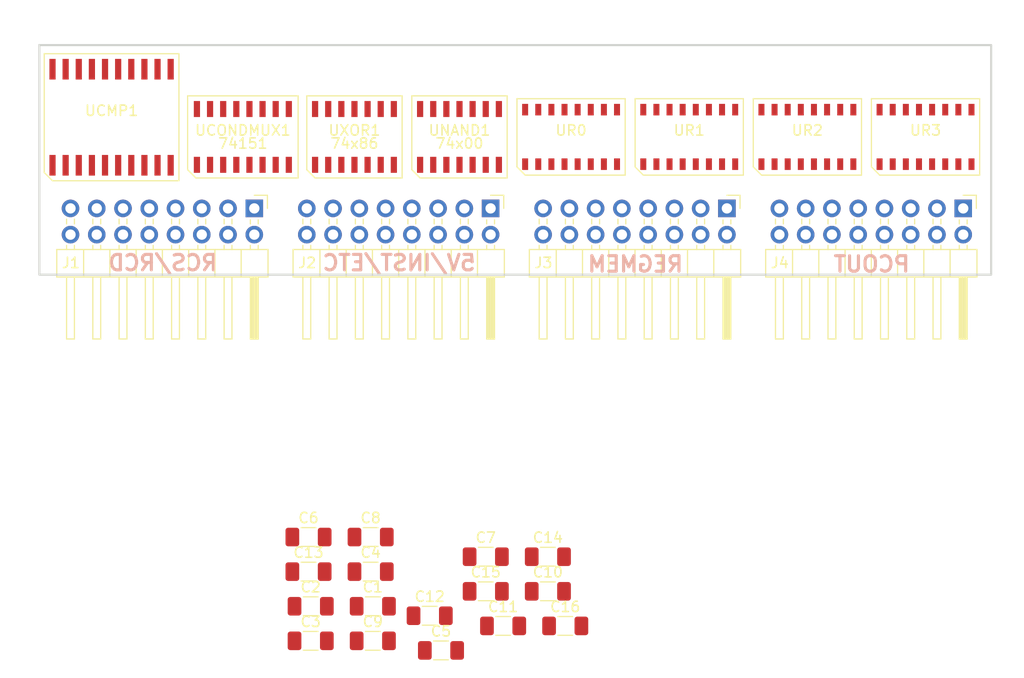
<source format=kicad_pcb>
(kicad_pcb (version 20211014) (generator pcbnew)
  (layers (0 "F.Cu" signal) (1 "In1.Cu" signal) (2 "In2.Cu" signal) (31 "B.Cu" signal) (34 "B.Paste" user) (35 "F.Paste" user) (36 "B.SilkS" user "B.Silkscreen") (37 "F.SilkS" user "F.Silkscreen") (38 "B.Mask" user) (39 "F.Mask" user) (44 "Edge.Cuts" user))
  (net 0 "")
  (net 1 "GND")
  (net 2 "VCC")
  (net 3 "/cmpeq")
  (net 4 "/RCD7")
  (net 5 "/RCS7")
  (net 6 "/RCD6")
  (net 7 "/RCS6")
  (net 8 "/RCD5")
  (net 9 "/RCS5")
  (net 10 "/RCD4")
  (net 11 "/RCS4")
  (net 12 "/RCD3")
  (net 13 "/RCS3")
  (net 14 "/RCD2")
  (net 15 "/RCS2")
  (net 16 "/RCD1")
  (net 17 "/RCS1")
  (net 18 "/RCD0")
  (net 19 "/RCS0")
  (net 20 "/cmpgt")
  (net 21 "/cmplt")
  (net 22 "/FLAG_CARRY")
  (net 23 "/IMM1")
  (net 24 "/IMM2")
  (net 25 "/IMM3")
  (net 26 "/PCOUT2")
  (net 27 "Net-(UCONDMUX1-Pad5)")
  (net 28 "/PCOUT3")
  (net 30 "/PCOUT0")
  (net 31 "/IS_SKIP")
  (net 32 "/PCOUT1")
  (net 33 "/PCOUT6")
  (net 35 "/PCOUT7")
  (net 37 "/PCOUT4")
  (net 38 "/PCOUT5")
  (net 39 "/PCOUT10")
  (net 41 "/PCOUT11")
  (net 42 "/PCOUT8")
  (net 43 "/PCOUT9")
  (net 44 "/CEP")
  (net 45 "/PCOUT14")
  (net 47 "/PCOUT15")
  (net 48 "/CARRY0")
  (net 49 "/CARRY1")
  (net 50 "/PCOUT12")
  (net 51 "/CARRY2")
  (net 52 "/PCOUT13")
  (net 53 "/OVERFLOW")
  (net 54 "/REGMEM2")
  (net 55 "/REGMEM3")
  (net 56 "/REGMEM1")
  (net 57 "/REGMEM0")
  (net 58 "/REGMEM6")
  (net 59 "/REGMEM7")
  (net 60 "/REGMEM5")
  (net 61 "/REGMEM4")
  (net 62 "/REGMEM10")
  (net 63 "/REGMEM11")
  (net 64 "/REGMEM9")
  (net 65 "/REGMEM8")
  (net 66 "/REGMEM14")
  (net 67 "/REGMEM15")
  (net 68 "/REGMEM13")
  (net 69 "/REGMEM12")
  (net 70 "/CLK_WB")
  (net 71 "/~{RST}")
  (net 72 "/IMM0")
  (net 73 "/PCEVENT")
  (net 74 "/SINST")
  (net 75 "/JINST")
  (net 76 "/~{IS_SKIP}")
  (net 77 "/~{IS_JMP}")
  (net 78 "/NEWCOND")
  (footprint "Connector_PinHeader_2.54mm:PinHeader_2x08_P2.54mm_Horizontal" (layer "F.Cu") (at 93.18 85.66 -90)
    (fp_text reference "J2" (at 5.272 17.742 180) (layer "F.SilkS"))
    (fp_text value "Conn_02x08")
    (pad "1" thru_hole rect locked (at 0 0 270) (size 1.7 1.7) (drill 1) (layers *.Cu *.Mask) (net 1 "GND"))
    (pad "2" thru_hole oval locked (at 2.54 0 270) (size 1.7 1.7) (drill 1) (layers *.Cu *.Mask) (net 1 "GND"))
    (pad "3" thru_hole oval locked (at 0 2.54 270) (size 1.7 1.7) (drill 1) (layers *.Cu *.Mask) (net 72 "/IMM0"))
    (pad "4" thru_hole oval locked (at 2.54 2.54 270) (size 1.7 1.7) (drill 1) (layers *.Cu *.Mask) (net 2 "VCC"))
    (pad "5" thru_hole oval locked (at 0 5.08 270) (size 1.7 1.7) (drill 1) (layers *.Cu *.Mask) (net 23 "/IMM1"))
    (pad "6" thru_hole oval locked (at 2.54 5.08 270) (size 1.7 1.7) (drill 1) (layers *.Cu *.Mask) (net 71 "/~{RST}"))
    (pad "7" thru_hole oval locked (at 0 7.62 270) (size 1.7 1.7) (drill 1) (layers *.Cu *.Mask) (net 24 "/IMM2"))
    (pad "8" thru_hole oval locked (at 2.54 7.62 270) (size 1.7 1.7) (drill 1) (layers *.Cu *.Mask) (net 70 "/CLK_WB"))
    (pad "9" thru_hole oval locked (at 0 10.16 270) (size 1.7 1.7) (drill 1) (layers *.Cu *.Mask) (net 25 "/IMM3"))
    (pad "10" thru_hole oval locked (at 2.54 10.16 270) (size 1.7 1.7) (drill 1) (layers *.Cu *.Mask) (net 31 "/IS_SKIP"))
    (pad "11" thru_hole oval locked (at 0 12.7 270) (size 1.7 1.7) (drill 1) (layers *.Cu *.Mask) (net 22 "/FLAG_CARRY"))
    (pad "12" thru_hole oval locked (at 2.54 12.7 270) (size 1.7 1.7) (drill 1) (layers *.Cu *.Mask) (net 74 "/SINST"))
    (pad "13" thru_hole oval locked (at 0 15.24 270) (size 1.7 1.7) (drill 1) (layers *.Cu *.Mask) (net 2 "VCC"))
    (pad "14" thru_hole oval locked (at 2.54 15.24 270) (size 1.7 1.7) (drill 1) (layers *.Cu *.Mask) (net 75 "/JINST"))
    (pad "15" thru_hole oval locked (at 0 17.78 270) (size 1.7 1.7) (drill 1) (layers *.Cu *.Mask) (net 1 "GND"))
    (pad "16" thru_hole oval locked (at 2.54 17.78 270) (size 1.7 1.7) (drill 1) (layers *.Cu *.Mask) (net 44 "/CEP"))
  )
  (footprint "Connector_PinHeader_2.54mm:PinHeader_2x08_P2.54mm_Horizontal" (layer "F.Cu") (at 116.04 85.66 -90)
    (fp_text reference "J3" (at 5.272 17.742 180) (layer "F.SilkS"))
    (fp_text value "Conn_02x08")
    (pad "1" thru_hole rect locked (at 0 0 270) (size 1.7 1.7) (drill 1) (layers *.Cu *.Mask) (net 59 "/REGMEM7"))
    (pad "2" thru_hole oval locked (at 2.54 0 270) (size 1.7 1.7) (drill 1) (layers *.Cu *.Mask) (net 35 "/PCOUT7"))
    (pad "3" thru_hole oval locked (at 0 2.54 270) (size 1.7 1.7) (drill 1) (layers *.Cu *.Mask) (net 58 "/REGMEM6"))
    (pad "4" thru_hole oval locked (at 2.54 2.54 270) (size 1.7 1.7) (drill 1) (layers *.Cu *.Mask) (net 33 "/PCOUT6"))
    (pad "5" thru_hole oval locked (at 0 5.08 270) (size 1.7 1.7) (drill 1) (layers *.Cu *.Mask) (net 60 "/REGMEM5"))
    (pad "6" thru_hole oval locked (at 2.54 5.08 270) (size 1.7 1.7) (drill 1) (layers *.Cu *.Mask) (net 38 "/PCOUT5"))
    (pad "7" thru_hole oval locked (at 0 7.62 270) (size 1.7 1.7) (drill 1) (layers *.Cu *.Mask) (net 61 "/REGMEM4"))
    (pad "8" thru_hole oval locked (at 2.54 7.62 270) (size 1.7 1.7) (drill 1) (layers *.Cu *.Mask) (net 37 "/PCOUT4"))
    (pad "9" thru_hole oval locked (at 0 10.16 270) (size 1.7 1.7) (drill 1) (layers *.Cu *.Mask) (net 55 "/REGMEM3"))
    (pad "10" thru_hole oval locked (at 2.54 10.16 270) (size 1.7 1.7) (drill 1) (layers *.Cu *.Mask) (net 28 "/PCOUT3"))
    (pad "11" thru_hole oval locked (at 0 12.7 270) (size 1.7 1.7) (drill 1) (layers *.Cu *.Mask) (net 54 "/REGMEM2"))
    (pad "12" thru_hole oval locked (at 2.54 12.7 270) (size 1.7 1.7) (drill 1) (layers *.Cu *.Mask) (net 26 "/PCOUT2"))
    (pad "13" thru_hole oval locked (at 0 15.24 270) (size 1.7 1.7) (drill 1) (layers *.Cu *.Mask) (net 56 "/REGMEM1"))
    (pad "14" thru_hole oval locked (at 2.54 15.24 270) (size 1.7 1.7) (drill 1) (layers *.Cu *.Mask) (net 32 "/PCOUT1"))
    (pad "15" thru_hole oval locked (at 0 17.78 270) (size 1.7 1.7) (drill 1) (layers *.Cu *.Mask) (net 57 "/REGMEM0"))
    (pad "16" thru_hole oval locked (at 2.54 17.78 270) (size 1.7 1.7) (drill 1) (layers *.Cu *.Mask) (net 30 "/PCOUT0"))
  )
  (footprint "Connector_PinHeader_2.54mm:PinHeader_2x08_P2.54mm_Horizontal" (layer "F.Cu") (at 138.9 85.66 -90)
    (fp_text reference "J4" (at 5.272 17.742 180) (layer "F.SilkS"))
    (fp_text value "Conn_02x08")
    (pad "1" thru_hole rect locked (at 0 0 270) (size 1.7 1.7) (drill 1) (layers *.Cu *.Mask) (net 67 "/REGMEM15"))
    (pad "2" thru_hole oval locked (at 2.54 0 270) (size 1.7 1.7) (drill 1) (layers *.Cu *.Mask) (net 47 "/PCOUT15"))
    (pad "3" thru_hole oval locked (at 0 2.54 270) (size 1.7 1.7) (drill 1) (layers *.Cu *.Mask) (net 66 "/REGMEM14"))
    (pad "4" thru_hole oval locked (at 2.54 2.54 270) (size 1.7 1.7) (drill 1) (layers *.Cu *.Mask) (net 45 "/PCOUT14"))
    (pad "5" thru_hole oval locked (at 0 5.08 270) (size 1.7 1.7) (drill 1) (layers *.Cu *.Mask) (net 68 "/REGMEM13"))
    (pad "6" thru_hole oval locked (at 2.54 5.08 270) (size 1.7 1.7) (drill 1) (layers *.Cu *.Mask) (net 52 "/PCOUT13"))
    (pad "7" thru_hole oval locked (at 0 7.62 270) (size 1.7 1.7) (drill 1) (layers *.Cu *.Mask) (net 69 "/REGMEM12"))
    (pad "8" thru_hole oval locked (at 2.54 7.62 270) (size 1.7 1.7) (drill 1) (layers *.Cu *.Mask) (net 50 "/PCOUT12"))
    (pad "9" thru_hole oval locked (at 0 10.16 270) (size 1.7 1.7) (drill 1) (layers *.Cu *.Mask) (net 63 "/REGMEM11"))
    (pad "10" thru_hole oval locked (at 2.54 10.16 270) (size 1.7 1.7) (drill 1) (layers *.Cu *.Mask) (net 41 "/PCOUT11"))
    (pad "11" thru_hole oval locked (at 0 12.7 270) (size 1.7 1.7) (drill 1) (layers *.Cu *.Mask) (net 62 "/REGMEM10"))
    (pad "12" thru_hole oval locked (at 2.54 12.7 270) (size 1.7 1.7) (drill 1) (layers *.Cu *.Mask) (net 39 "/PCOUT10"))
    (pad "13" thru_hole oval locked (at 0 15.24 270) (size 1.7 1.7) (drill 1) (layers *.Cu *.Mask) (net 64 "/REGMEM9"))
    (pad "14" thru_hole oval locked (at 2.54 15.24 270) (size 1.7 1.7) (drill 1) (layers *.Cu *.Mask) (net 43 "/PCOUT9"))
    (pad "15" thru_hole oval locked (at 0 17.78 270) (size 1.7 1.7) (drill 1) (layers *.Cu *.Mask) (net 65 "/REGMEM8"))
    (pad "16" thru_hole oval locked (at 2.54 17.78 270) (size 1.7 1.7) (drill 1) (layers *.Cu *.Mask) (net 42 "/PCOUT8"))
  )
  (footprint "Connector_PinHeader_2.54mm:PinHeader_2x08_P2.54mm_Horizontal" (layer "F.Cu") (at 70.32 85.66 -90)
    (fp_text reference "J1" (at 5.272 17.742 180) (layer "F.SilkS"))
    (fp_text value "Conn_02x08")
    (pad "1" thru_hole rect locked (at 0 0 270) (size 1.7 1.7) (drill 1) (layers *.Cu *.Mask) (net 18 "/RCD0"))
    (pad "2" thru_hole oval locked (at 2.54 0 270) (size 1.7 1.7) (drill 1) (layers *.Cu *.Mask) (net 19 "/RCS0"))
    (pad "3" thru_hole oval locked (at 0 2.54 270) (size 1.7 1.7) (drill 1) (layers *.Cu *.Mask) (net 16 "/RCD1"))
    (pad "4" thru_hole oval locked (at 2.54 2.54 270) (size 1.7 1.7) (drill 1) (layers *.Cu *.Mask) (net 17 "/RCS1"))
    (pad "5" thru_hole oval locked (at 0 5.08 270) (size 1.7 1.7) (drill 1) (layers *.Cu *.Mask) (net 14 "/RCD2"))
    (pad "6" thru_hole oval locked (at 2.54 5.08 270) (size 1.7 1.7) (drill 1) (layers *.Cu *.Mask) (net 15 "/RCS2"))
    (pad "7" thru_hole oval locked (at 0 7.62 270) (size 1.7 1.7) (drill 1) (layers *.Cu *.Mask) (net 12 "/RCD3"))
    (pad "8" thru_hole oval locked (at 2.54 7.62 270) (size 1.7 1.7) (drill 1) (layers *.Cu *.Mask) (net 13 "/RCS3"))
    (pad "9" thru_hole oval locked (at 0 10.16 270) (size 1.7 1.7) (drill 1) (layers *.Cu *.Mask) (net 10 "/RCD4"))
    (pad "10" thru_hole oval locked (at 2.54 10.16 270) (size 1.7 1.7) (drill 1) (layers *.Cu *.Mask) (net 11 "/RCS4"))
    (pad "11" thru_hole oval locked (at 0 12.7 270) (size 1.7 1.7) (drill 1) (layers *.Cu *.Mask) (net 8 "/RCD5"))
    (pad "12" thru_hole oval locked (at 2.54 12.7 270) (size 1.7 1.7) (drill 1) (layers *.Cu *.Mask) (net 9 "/RCS5"))
    (pad "13" thru_hole oval locked (at 0 15.24 270) (size 1.7 1.7) (drill 1) (layers *.Cu *.Mask) (net 6 "/RCD6"))
    (pad "14" thru_hole oval locked (at 2.54 15.24 270) (size 1.7 1.7) (drill 1) (layers *.Cu *.Mask) (net 7 "/RCS6"))
    (pad "15" thru_hole oval locked (at 0 17.78 270) (size 1.7 1.7) (drill 1) (layers *.Cu *.Mask) (net 4 "/RCD7"))
    (pad "16" thru_hole oval locked (at 2.54 17.78 270) (size 1.7 1.7) (drill 1) (layers *.Cu *.Mask) (net 5 "/RCS7"))
  )
  (footprint "Capacitor_SMD:C_1206_3216Metric_Pad1.33x1.80mm_HandSolder" (layer "F.Cu") (at 92.71 119.38)
    (fp_text reference "C7" (at 0 -1.85) (layer "F.SilkS"))
    (fp_text value ".1uF")
    (pad "1" smd roundrect (at -1.5625 0) (size 1.325 1.8) (layers "F.Cu" "F.Paste" "F.Mask") (roundrect_rratio 0.188679) (net 2 "VCC"))
    (pad "2" smd roundrect (at 1.5625 0) (size 1.325 1.8) (layers "F.Cu" "F.Paste" "F.Mask") (roundrect_rratio 0.188679) (net 1 "GND"))
  )
  (footprint "Capacitor_SMD:C_1206_3216Metric_Pad1.33x1.80mm_HandSolder" (layer "F.Cu") (at 75.565 120.825)
    (fp_text reference "C13" (at 0 -1.85) (layer "F.SilkS"))
    (fp_text value ".1uF")
    (pad "1" smd roundrect (at -1.5625 0) (size 1.325 1.8) (layers "F.Cu" "F.Paste" "F.Mask") (roundrect_rratio 0.188679) (net 2 "VCC"))
    (pad "2" smd roundrect (at 1.5625 0) (size 1.325 1.8) (layers "F.Cu" "F.Paste" "F.Mask") (roundrect_rratio 0.188679) (net 1 "GND"))
  )
  (footprint "000custom:SOIC16-ONSEMI_751B-05_K" (layer "F.Cu") (at 123.825 78.74)
    (fp_text reference "UR2" (at 0 -0.635 180) (layer "F.SilkS"))
    (fp_text value "74LS161")
    (pad "1" smd rect (at -4.445 2.64) (size 0.58 1.12) (layers "F.Cu" "F.Paste" "F.Mask") (net 71 "/~{RST}"))
    (pad "2" smd rect (at -3.175 2.64) (size 0.58 1.12) (layers "F.Cu" "F.Paste" "F.Mask") (net 70 "/CLK_WB"))
    (pad "3" smd rect (at -1.905 2.64) (size 0.58 1.12) (layers "F.Cu" "F.Paste" "F.Mask") (net 65 "/REGMEM8"))
    (pad "4" smd rect (at -0.635 2.64) (size 0.58 1.12) (layers "F.Cu" "F.Paste" "F.Mask") (net 64 "/REGMEM9"))
    (pad "5" smd rect (at 0.635 2.64) (size 0.58 1.12) (layers "F.Cu" "F.Paste" "F.Mask") (net 62 "/REGMEM10"))
    (pad "6" smd rect (at 1.905 2.64) (size 0.58 1.12) (layers "F.Cu" "F.Paste" "F.Mask") (net 63 "/REGMEM11"))
    (pad "7" smd rect (at 3.175 2.64) (size 0.58 1.12) (layers "F.Cu" "F.Paste" "F.Mask") (net 44 "/CEP"))
    (pad "8" smd rect (at 4.445 2.64) (size 0.58 1.12) (layers "F.Cu" "F.Paste" "F.Mask") (net 1 "GND"))
    (pad "9" smd rect (at 4.445 -2.64) (size 0.58 1.12) (layers "F.Cu" "F.Paste" "F.Mask") (net 77 "/~{IS_JMP}"))
    (pad "10" smd rect (at 3.175 -2.64) (size 0.58 1.12) (layers "F.Cu" "F.Paste" "F.Mask") (net 49 "/CARRY1"))
    (pad "11" smd rect (at 1.905 -2.64) (size 0.58 1.12) (layers "F.Cu" "F.Paste" "F.Mask") (net 41 "/PCOUT11"))
    (pad "12" smd rect (at 0.635 -2.64) (size 0.58 1.12) (layers "F.Cu" "F.Paste" "F.Mask") (net 39 "/PCOUT10"))
    (pad "13" smd rect (at -0.635 -2.64) (size 0.58 1.12) (layers "F.Cu" "F.Paste" "F.Mask") (net 43 "/PCOUT9"))
    (pad "14" smd rect (at -1.905 -2.64) (size 0.58 1.12) (layers "F.Cu" "F.Paste" "F.Mask") (net 42 "/PCOUT8"))
    (pad "15" smd rect (at -3.175 -2.64) (size 0.58 1.12) (layers "F.Cu" "F.Paste" "F.Mask") (net 51 "/CARRY2"))
    (pad "16" smd rect (at -4.445 -2.64) (size 0.58 1.12) (layers "F.Cu" "F.Paste" "F.Mask") (net 2 "VCC"))
  )
  (footprint "Capacitor_SMD:C_1206_3216Metric_Pad1.33x1.80mm_HandSolder" (layer "F.Cu") (at 75.775 127.525)
    (fp_text reference "C3" (at 0 -1.85) (layer "F.SilkS"))
    (fp_text value ".1uF")
    (pad "1" smd roundrect (at -1.5625 0) (size 1.325 1.8) (layers "F.Cu" "F.Paste" "F.Mask") (roundrect_rratio 0.188679) (net 2 "VCC"))
    (pad "2" smd roundrect (at 1.5625 0) (size 1.325 1.8) (layers "F.Cu" "F.Paste" "F.Mask") (roundrect_rratio 0.188679) (net 1 "GND"))
  )
  (footprint "Capacitor_SMD:C_1206_3216Metric_Pad1.33x1.80mm_HandSolder" (layer "F.Cu") (at 98.72 122.73)
    (fp_text reference "C10" (at 0 -1.85) (layer "F.SilkS"))
    (fp_text value ".1uF")
    (pad "1" smd roundrect (at -1.5625 0) (size 1.325 1.8) (layers "F.Cu" "F.Paste" "F.Mask") (roundrect_rratio 0.188679) (net 2 "VCC"))
    (pad "2" smd roundrect (at 1.5625 0) (size 1.325 1.8) (layers "F.Cu" "F.Paste" "F.Mask") (roundrect_rratio 0.188679) (net 1 "GND"))
  )
  (footprint "Capacitor_SMD:C_1206_3216Metric_Pad1.33x1.80mm_HandSolder" (layer "F.Cu") (at 88.38 128.45)
    (fp_text reference "C5" (at 0 -1.85) (layer "F.SilkS"))
    (fp_text value ".1uF")
    (pad "1" smd roundrect (at -1.5625 0) (size 1.325 1.8) (layers "F.Cu" "F.Paste" "F.Mask") (roundrect_rratio 0.188679) (net 2 "VCC"))
    (pad "2" smd roundrect (at 1.5625 0) (size 1.325 1.8) (layers "F.Cu" "F.Paste" "F.Mask") (roundrect_rratio 0.188679) (net 1 "GND"))
  )
  (footprint "Capacitor_SMD:C_1206_3216Metric_Pad1.33x1.80mm_HandSolder" (layer "F.Cu") (at 100.4 126.08)
    (fp_text reference "C16" (at 0 -1.85) (layer "F.SilkS"))
    (fp_text value ".1uF")
    (pad "1" smd roundrect (at -1.5625 0) (size 1.325 1.8) (layers "F.Cu" "F.Paste" "F.Mask") (roundrect_rratio 0.188679) (net 2 "VCC"))
    (pad "2" smd roundrect (at 1.5625 0) (size 1.325 1.8) (layers "F.Cu" "F.Paste" "F.Mask") (roundrect_rratio 0.188679) (net 1 "GND"))
  )
  (footprint "000custom:SOIC20_TI_DW0020A" (layer "F.Cu") (at 56.515 76.835)
    (fp_text reference "UCMP1" (at 0 -0.635) (layer "F.SilkS"))
    (fp_text value "74LS684")
    (pad "1" smd rect (at -5.715 4.65) (size 0.6 2) (layers "F.Cu" "F.Paste" "F.Mask") (net 20 "/cmpgt"))
    (pad "2" smd rect (at -4.445 4.65) (size 0.6 2) (layers "F.Cu" "F.Paste" "F.Mask") (net 19 "/RCS0"))
    (pad "3" smd rect (at -3.175 4.65) (size 0.6 2) (layers "F.Cu" "F.Paste" "F.Mask") (net 18 "/RCD0"))
    (pad "4" smd rect (at -1.905 4.65) (size 0.6 2) (layers "F.Cu" "F.Paste" "F.Mask") (net 17 "/RCS1"))
    (pad "5" smd rect (at -0.635 4.65) (size 0.6 2) (layers "F.Cu" "F.Paste" "F.Mask") (net 16 "/RCD1"))
    (pad "6" smd rect (at 0.635 4.65) (size 0.6 2) (layers "F.Cu" "F.Paste" "F.Mask") (net 15 "/RCS2"))
    (pad "7" smd rect (at 1.905 4.65) (size 0.6 2) (layers "F.Cu" "F.Paste" "F.Mask") (net 14 "/RCD2"))
    (pad "8" smd rect (at 3.175 4.65) (size 0.6 2) (layers "F.Cu" "F.Paste" "F.Mask") (net 13 "/RCS3"))
    (pad "9" smd rect (at 4.445 4.65) (size 0.6 2) (layers "F.Cu" "F.Paste" "F.Mask") (net 12 "/RCD3"))
    (pad "10" smd rect (at 5.715 4.65) (size 0.6 2) (layers "F.Cu" "F.Paste" "F.Mask") (net 1 "GND"))
    (pad "11" smd rect (at 5.715 -4.65) (size 0.6 2) (layers "F.Cu" "F.Paste" "F.Mask") (net 11 "/RCS4"))
    (pad "12" smd rect (at 4.445 -4.65) (size 0.6 2) (layers "F.Cu" "F.Paste" "F.Mask") (net 10 "/RCD4"))
    (pad "13" smd rect (at 3.175 -4.65) (size 0.6 2) (layers "F.Cu" "F.Paste" "F.Mask") (net 9 "/RCS5"))
    (pad "14" smd rect (at 1.905 -4.65) (size 0.6 2) (layers "F.Cu" "F.Paste" "F.Mask") (net 8 "/RCD5"))
    (pad "15" smd rect (at 0.635 -4.65) (size 0.6 2) (layers "F.Cu" "F.Paste" "F.Mask") (net 7 "/RCS6"))
    (pad "16" smd rect (at -0.635 -4.65) (size 0.6 2) (layers "F.Cu" "F.Paste" "F.Mask") (net 6 "/RCD6"))
    (pad "17" smd rect (at -1.905 -4.65) (size 0.6 2) (layers "F.Cu" "F.Paste" "F.Mask") (net 5 "/RCS7"))
    (pad "18" smd rect (at -3.175 -4.65) (size 0.6 2) (layers "F.Cu" "F.Paste" "F.Mask") (net 4 "/RCD7"))
    (pad "19" smd rect (at -4.445 -4.65) (size 0.6 2) (layers "F.Cu" "F.Paste" "F.Mask") (net 3 "/cmpeq"))
    (pad "20" smd rect (at -5.715 -4.65) (size 0.6 2) (layers "F.Cu" "F.Paste" "F.Mask") (net 2 "VCC"))
  )
  (footprint "Capacitor_SMD:C_1206_3216Metric_Pad1.33x1.80mm_HandSolder" (layer "F.Cu") (at 75.775 124.175)
    (fp_text reference "C2" (at 0 -1.85) (layer "F.SilkS"))
    (fp_text value ".1uF")
    (pad "1" smd roundrect (at -1.5625 0) (size 1.325 1.8) (layers "F.Cu" "F.Paste" "F.Mask") (roundrect_rratio 0.188679) (net 2 "VCC"))
    (pad "2" smd roundrect (at 1.5625 0) (size 1.325 1.8) (layers "F.Cu" "F.Paste" "F.Mask") (roundrect_rratio 0.188679) (net 1 "GND"))
  )
  (footprint "Capacitor_SMD:C_1206_3216Metric_Pad1.33x1.80mm_HandSolder" (layer "F.Cu") (at 92.71 122.73)
    (fp_text reference "C15" (at 0 -1.85) (layer "F.SilkS"))
    (fp_text value ".1uF")
    (pad "1" smd roundrect (at -1.5625 0) (size 1.325 1.8) (layers "F.Cu" "F.Paste" "F.Mask") (roundrect_rratio 0.188679) (net 2 "VCC"))
    (pad "2" smd roundrect (at 1.5625 0) (size 1.325 1.8) (layers "F.Cu" "F.Paste" "F.Mask") (roundrect_rratio 0.188679) (net 1 "GND"))
  )
  (footprint "Capacitor_SMD:C_1206_3216Metric_Pad1.33x1.80mm_HandSolder" (layer "F.Cu") (at 81.785 127.525)
    (fp_text reference "C9" (at 0 -1.85) (layer "F.SilkS"))
    (fp_text value ".1uF")
    (pad "1" smd roundrect (at -1.5625 0) (size 1.325 1.8) (layers "F.Cu" "F.Paste" "F.Mask") (roundrect_rratio 0.188679) (net 2 "VCC"))
    (pad "2" smd roundrect (at 1.5625 0) (size 1.325 1.8) (layers "F.Cu" "F.Paste" "F.Mask") (roundrect_rratio 0.188679) (net 1 "GND"))
  )
  (footprint "000custom:D_R-PDSO-G14" (layer "F.Cu") (at 80.01 78.74)
    (fp_text reference "UXOR1" (at 0 -0.635 180) (layer "F.SilkS"))
    (fp_text value "74x86" (at 0 0.635) (layer "F.SilkS"))
    (pad "1" smd rect (at -3.81 2.7) (size 0.6 1.55) (layers "F.Cu" "F.Paste" "F.Mask") (net 72 "/IMM0"))
    (pad "2" smd rect (at -2.54 2.7) (size 0.6 1.55) (layers "F.Cu" "F.Paste" "F.Mask") (net 27 "Net-(UCONDMUX1-Pad5)"))
    (pad "3" smd rect (at -1.27 2.7) (size 0.6 1.55) (layers "F.Cu" "F.Paste" "F.Mask") (net 73 "/PCEVENT"))
    (pad "4" smd rect (at 0 2.7) (size 0.6 1.55) (layers "F.Cu" "F.Paste" "F.Mask") (net 1 "GND"))
    (pad "5" smd rect (at 1.27 2.7) (size 0.6 1.55) (layers "F.Cu" "F.Paste" "F.Mask") (net 1 "GND"))
    (pad "6" smd rect (at 2.54 2.7) (size 0.6 1.55) (layers "F.Cu" "F.Paste" "F.Mask"))
    (pad "7" smd rect (at 3.81 2.7) (size 0.6 1.55) (layers "F.Cu" "F.Paste" "F.Mask") (net 1 "GND"))
    (pad "8" smd rect (at 3.81 -2.7) (size 0.6 1.55) (layers "F.Cu" "F.Paste" "F.Mask"))
    (pad "9" smd rect (at 2.54 -2.7) (size 0.6 1.55) (layers "F.Cu" "F.Paste" "F.Mask") (net 1 "GND"))
    (pad "10" smd rect (at 1.27 -2.7) (size 0.6 1.55) (layers "F.Cu" "F.Paste" "F.Mask") (net 1 "GND"))
    (pad "11" smd rect (at 0 -2.7) (size 0.6 1.55) (layers "F.Cu" "F.Paste" "F.Mask"))
    (pad "12" smd rect (at -1.27 -2.7) (size 0.6 1.55) (layers "F.Cu" "F.Paste" "F.Mask") (net 1 "GND"))
    (pad "13" smd rect (at -2.54 -2.7) (size 0.6 1.55) (layers "F.Cu" "F.Paste" "F.Mask") (net 1 "GND"))
    (pad "14" smd rect (at -3.81 -2.7) (size 0.6 1.55) (layers "F.Cu" "F.Paste" "F.Mask") (net 2 "VCC"))
  )
  (footprint "000custom:SOIC16-ONSEMI_751B-05_K" (layer "F.Cu") (at 112.395 78.74)
    (fp_text reference "UR1" (at 0 -0.635 180) (layer "F.SilkS"))
    (fp_text value "74LS161")
    (pad "1" smd rect (at -4.445 2.64) (size 0.58 1.12) (layers "F.Cu" "F.Paste" "F.Mask") (net 71 "/~{RST}"))
    (pad "2" smd rect (at -3.175 2.64) (size 0.58 1.12) (layers "F.Cu" "F.Paste" "F.Mask") (net 70 "/CLK_WB"))
    (pad "3" smd rect (at -1.905 2.64) (size 0.58 1.12) (layers "F.Cu" "F.Paste" "F.Mask") (net 61 "/REGMEM4"))
    (pad "4" smd rect (at -0.635 2.64) (size 0.58 1.12) (layers "F.Cu" "F.Paste" "F.Mask") (net 60 "/REGMEM5"))
    (pad "5" smd rect (at 0.635 2.64) (size 0.58 1.12) (layers "F.Cu" "F.Paste" "F.Mask") (net 58 "/REGMEM6"))
    (pad "6" smd rect (at 1.905 2.64) (size 0.58 1.12) (layers "F.Cu" "F.Paste" "F.Mask") (net 59 "/REGMEM7"))
    (pad "7" smd rect (at 3.175 2.64) (size 0.58 1.12) (layers "F.Cu" "F.Paste" "F.Mask") (net 44 "/CEP"))
    (pad "8" smd rect (at 4.445 2.64) (size 0.58 1.12) (layers "F.Cu" "F.Paste" "F.Mask") (net 1 "GND"))
    (pad "9" smd rect (at 4.445 -2.64) (size 0.58 1.12) (layers "F.Cu" "F.Paste" "F.Mask") (net 77 "/~{IS_JMP}"))
    (pad "10" smd rect (at 3.175 -2.64) (size 0.58 1.12) (layers "F.Cu" "F.Paste" "F.Mask") (net 48 "/CARRY0"))
    (pad "11" smd rect (at 1.905 -2.64) (size 0.58 1.12) (layers "F.Cu" "F.Paste" "F.Mask") (net 35 "/PCOUT7"))
    (pad "12" smd rect (at 0.635 -2.64) (size 0.58 1.12) (layers "F.Cu" "F.Paste" "F.Mask") (net 33 "/PCOUT6"))
    (pad "13" smd rect (at -0.635 -2.64) (size 0.58 1.12) (layers "F.Cu" "F.Paste" "F.Mask") (net 38 "/PCOUT5"))
    (pad "14" smd rect (at -1.905 -2.64) (size 0.58 1.12) (layers "F.Cu" "F.Paste" "F.Mask") (net 37 "/PCOUT4"))
    (pad "15" smd rect (at -3.175 -2.64) (size 0.58 1.12) (layers "F.Cu" "F.Paste" "F.Mask") (net 49 "/CARRY1"))
    (pad "16" smd rect (at -4.445 -2.64) (size 0.58 1.12) (layers "F.Cu" "F.Paste" "F.Mask") (net 2 "VCC"))
  )
  (footprint "Capacitor_SMD:C_1206_3216Metric_Pad1.33x1.80mm_HandSolder" (layer "F.Cu") (at 81.785 124.175)
    (fp_text reference "C1" (at 0 -1.85) (layer "F.SilkS"))
    (fp_text value ".1uF")
    (pad "1" smd roundrect (at -1.5625 0) (size 1.325 1.8) (layers "F.Cu" "F.Paste" "F.Mask") (roundrect_rratio 0.188679) (net 2 "VCC"))
    (pad "2" smd roundrect (at 1.5625 0) (size 1.325 1.8) (layers "F.Cu" "F.Paste" "F.Mask") (roundrect_rratio 0.188679) (net 1 "GND"))
  )
  (footprint "000custom:D_R-PDSO-G14" (layer "F.Cu") (at 90.17 78.74)
    (fp_text reference "UNAND1" (at 0 -0.635 180) (layer "F.SilkS"))
    (fp_text value "74x00" (at 0 0.635) (layer "F.SilkS"))
    (pad "1" smd rect (at -3.81 2.7) (size 0.6 1.55) (layers "F.Cu" "F.Paste" "F.Mask") (net 3 "/cmpeq"))
    (pad "2" smd rect (at -2.54 2.7) (size 0.6 1.55) (layers "F.Cu" "F.Paste" "F.Mask") (net 20 "/cmpgt"))
    (pad "3" smd rect (at -1.27 2.7) (size 0.6 1.55) (layers "F.Cu" "F.Paste" "F.Mask"))
    (pad "4" smd rect (at 0 2.7) (size 0.6 1.55) (layers "F.Cu" "F.Paste" "F.Mask") (net 73 "/PCEVENT"))
    (pad "5" smd rect (at 1.27 2.7) (size 0.6 1.55) (layers "F.Cu" "F.Paste" "F.Mask") (net 74 "/SINST"))
    (pad "6" smd rect (at 2.54 2.7) (size 0.6 1.55) (layers "F.Cu" "F.Paste" "F.Mask") (net 76 "/~{IS_SKIP}"))
    (pad "7" smd rect (at 3.81 2.7) (size 0.6 1.55) (layers "F.Cu" "F.Paste" "F.Mask") (net 1 "GND"))
    (pad "8" smd rect (at 3.81 -2.7) (size 0.6 1.55) (layers "F.Cu" "F.Paste" "F.Mask") (net 31 "/IS_SKIP"))
    (pad "9" smd rect (at 2.54 -2.7) (size 0.6 1.55) (layers "F.Cu" "F.Paste" "F.Mask") (net 76 "/~{IS_SKIP}"))
    (pad "10" smd rect (at 1.27 -2.7) (size 0.6 1.55) (layers "F.Cu" "F.Paste" "F.Mask") (net 2 "VCC"))
    (pad "11" smd rect (at 0 -2.7) (size 0.6 1.55) (layers "F.Cu" "F.Paste" "F.Mask") (net 77 "/~{IS_JMP}"))
    (pad "12" smd rect (at -1.27 -2.7) (size 0.6 1.55) (layers "F.Cu" "F.Paste" "F.Mask") (net 73 "/PCEVENT"))
    (pad "13" smd rect (at -2.54 -2.7) (size 0.6 1.55) (layers "F.Cu" "F.Paste" "F.Mask") (net 75 "/JINST"))
    (pad "14" smd rect (at -3.81 -2.7) (size 0.6 1.55) (layers "F.Cu" "F.Paste" "F.Mask") (net 2 "VCC"))
  )
  (footprint "Capacitor_SMD:C_1206_3216Metric_Pad1.33x1.80mm_HandSolder" (layer "F.Cu") (at 81.575 117.475)
    (fp_text reference "C8" (at 0 -1.85) (layer "F.SilkS"))
    (fp_text value ".1uF")
    (pad "1" smd roundrect (at -1.5625 0) (size 1.325 1.8) (layers "F.Cu" "F.Paste" "F.Mask") (roundrect_rratio 0.188679) (net 2 "VCC"))
    (pad "2" smd roundrect (at 1.5625 0) (size 1.325 1.8) (layers "F.Cu" "F.Paste" "F.Mask") (roundrect_rratio 0.188679) (net 1 "GND"))
  )
  (footprint "000custom:SOIC16-ONSEMI_751B-05_K" (layer "F.Cu") (at 100.965 78.74)
    (fp_text reference "UR0" (at 0 -0.635 180) (layer "F.SilkS"))
    (fp_text value "74LS161")
    (pad "1" smd rect (at -4.445 2.64) (size 0.58 1.12) (layers "F.Cu" "F.Paste" "F.Mask") (net 71 "/~{RST}"))
    (pad "2" smd rect (at -3.175 2.64) (size 0.58 1.12) (layers "F.Cu" "F.Paste" "F.Mask") (net 70 "/CLK_WB"))
    (pad "3" smd rect (at -1.905 2.64) (size 0.58 1.12) (layers "F.Cu" "F.Paste" "F.Mask") (net 57 "/REGMEM0"))
    (pad "4" smd rect (at -0.635 2.64) (size 0.58 1.12) (layers "F.Cu" "F.Paste" "F.Mask") (net 56 "/REGMEM1"))
    (pad "5" smd rect (at 0.635 2.64) (size 0.58 1.12) (layers "F.Cu" "F.Paste" "F.Mask") (net 54 "/REGMEM2"))
    (pad "6" smd rect (at 1.905 2.64) (size 0.58 1.12) (layers "F.Cu" "F.Paste" "F.Mask") (net 55 "/REGMEM3"))
    (pad "7" smd rect (at 3.175 2.64) (size 0.58 1.12) (layers "F.Cu" "F.Paste" "F.Mask") (net 44 "/CEP"))
    (pad "8" smd rect (at 4.445 2.64) (size 0.58 1.12) (layers "F.Cu" "F.Paste" "F.Mask") (net 1 "GND"))
    (pad "9" smd rect (at 4.445 -2.64) (size 0.58 1.12) (layers "F.Cu" "F.Paste" "F.Mask") (net 77 "/~{IS_JMP}"))
    (pad "10" smd rect (at 3.175 -2.64) (size 0.58 1.12) (layers "F.Cu" "F.Paste" "F.Mask") (net 2 "VCC"))
    (pad "11" smd rect (at 1.905 -2.64) (size 0.58 1.12) (layers "F.Cu" "F.Paste" "F.Mask") (net 28 "/PCOUT3"))
    (pad "12" smd rect (at 0.635 -2.64) (size 0.58 1.12) (layers "F.Cu" "F.Paste" "F.Mask") (net 26 "/PCOUT2"))
    (pad "13" smd rect (at -0.635 -2.64) (size 0.58 1.12) (layers "F.Cu" "F.Paste" "F.Mask") (net 32 "/PCOUT1"))
    (pad "14" smd rect (at -1.905 -2.64) (size 0.58 1.12) (layers "F.Cu" "F.Paste" "F.Mask") (net 30 "/PCOUT0"))
    (pad "15" smd rect (at -3.175 -2.64) (size 0.58 1.12) (layers "F.Cu" "F.Paste" "F.Mask") (net 48 "/CARRY0"))
    (pad "16" smd rect (at -4.445 -2.64) (size 0.58 1.12) (layers "F.Cu" "F.Paste" "F.Mask") (net 2 "VCC"))
  )
  (footprint "Capacitor_SMD:C_1206_3216Metric_Pad1.33x1.80mm_HandSolder" (layer "F.Cu") (at 98.72 119.38)
    (fp_text reference "C14" (at 0 -1.85) (layer "F.SilkS"))
    (fp_text value ".1uF")
    (pad "1" smd roundrect (at -1.5625 0) (size 1.325 1.8) (layers "F.Cu" "F.Paste" "F.Mask") (roundrect_rratio 0.188679) (net 2 "VCC"))
    (pad "2" smd roundrect (at 1.5625 0) (size 1.325 1.8) (layers "F.Cu" "F.Paste" "F.Mask") (roundrect_rratio 0.188679) (net 1 "GND"))
  )
  (footprint "000custom:D_R-PDSO-G16" (layer "F.Cu") (at 69.215 78.74)
    (fp_text reference "UCONDMUX1" (at 0 -0.635 180) (layer "F.SilkS"))
    (fp_text value "74151" (at 0 0.635) (layer "F.SilkS"))
    (pad "1" smd rect (at -4.445 2.7) (size 0.6 1.55) (layers "F.Cu" "F.Paste" "F.Mask") (net 20 "/cmpgt"))
    (pad "2" smd rect (at -3.175 2.7) (size 0.6 1.55) (layers "F.Cu" "F.Paste" "F.Mask") (net 5 "/RCS7"))
    (pad "3" smd rect (at -1.905 2.7) (size 0.6 1.55) (layers "F.Cu" "F.Paste" "F.Mask") (net 78 "/NEWCOND"))
    (pad "4" smd rect (at -0.635 2.7) (size 0.6 1.55) (layers "F.Cu" "F.Paste" "F.Mask") (net 1 "GND"))
    (pad "5" smd rect (at 0.635 2.7) (size 0.6 1.55) (layers "F.Cu" "F.Paste" "F.Mask") (net 27 "Net-(UCONDMUX1-Pad5)"))
    (pad "6" smd rect (at 1.905 2.7) (size 0.6 1.55) (layers "F.Cu" "F.Paste" "F.Mask"))
    (pad "7" smd rect (at 3.175 2.7) (size 0.6 1.55) (layers "F.Cu" "F.Paste" "F.Mask") (net 1 "GND"))
    (pad "8" smd rect (at 4.445 2.7) (size 0.6 1.55) (layers "F.Cu" "F.Paste" "F.Mask") (net 1 "GND"))
    (pad "9" smd rect (at 4.445 -2.7) (size 0.6 1.55) (layers "F.Cu" "F.Paste" "F.Mask") (net 25 "/IMM3"))
    (pad "10" smd rect (at 3.175 -2.7) (size 0.6 1.55) (layers "F.Cu" "F.Paste" "F.Mask") (net 24 "/IMM2"))
    (pad "11" smd rect (at 1.905 -2.7) (size 0.6 1.55) (layers "F.Cu" "F.Paste" "F.Mask") (net 23 "/IMM1"))
    (pad "12" smd rect (at 0.635 -2.7) (size 0.6 1.55) (layers "F.Cu" "F.Paste" "F.Mask") (net 22 "/FLAG_CARRY"))
    (pad "13" smd rect (at -0.635 -2.7) (size 0.6 1.55) (layers "F.Cu" "F.Paste" "F.Mask") (net 19 "/RCS0"))
    (pad "14" smd rect (at -1.905 -2.7) (size 0.6 1.55) (layers "F.Cu" "F.Paste" "F.Mask") (net 21 "/cmplt"))
    (pad "15" smd rect (at -3.175 -2.7) (size 0.6 1.55) (layers "F.Cu" "F.Paste" "F.Mask") (net 3 "/cmpeq"))
    (pad "16" smd rect (at -4.445 -2.7) (size 0.6 1.55) (layers "F.Cu" "F.Paste" "F.Mask") (net 2 "VCC"))
  )
  (footprint "Capacitor_SMD:C_1206_3216Metric_Pad1.33x1.80mm_HandSolder" (layer "F.Cu") (at 87.2875 125.095)
    (fp_text reference "C12" (at 0 -1.85) (layer "F.SilkS"))
    (fp_text value ".1uF")
    (pad "1" smd roundrect (at -1.5625 0) (size 1.325 1.8) (layers "F.Cu" "F.Paste" "F.Mask") (roundrect_rratio 0.188679) (net 2 "VCC"))
    (pad "2" smd roundrect (at 1.5625 0) (size 1.325 1.8) (layers "F.Cu" "F.Paste" "F.Mask") (roundrect_rratio 0.188679) (net 1 "GND"))
  )
  (footprint "Capacitor_SMD:C_1206_3216Metric_Pad1.33x1.80mm_HandSolder" (layer "F.Cu") (at 94.39 126.08)
    (fp_text reference "C11" (at 0 -1.85) (layer "F.SilkS"))
    (fp_text value ".1uF")
    (pad "1" smd roundrect (at -1.5625 0) (size 1.325 1.8) (layers "F.Cu" "F.Paste" "F.Mask") (roundrect_rratio 0.188679) (net 2 "VCC"))
    (pad "2" smd roundrect (at 1.5625 0) (size 1.325 1.8) (layers "F.Cu" "F.Paste" "F.Mask") (roundrect_rratio 0.188679) (net 1 "GND"))
  )
  (footprint "000custom:SOIC16-ONSEMI_751B-05_K" (layer "F.Cu") (at 135.255 78.74)
    (fp_text reference "UR3" (at 0 -0.635 180) (layer "F.SilkS"))
    (fp_text value "74LS161")
    (pad "1" smd rect (at -4.445 2.64) (size 0.58 1.12) (layers "F.Cu" "F.Paste" "F.Mask") (net 71 "/~{RST}"))
    (pad "2" smd rect (at -3.175 2.64) (size 0.58 1.12) (layers "F.Cu" "F.Paste" "F.Mask") (net 70 "/CLK_WB"))
    (pad "3" smd rect (at -1.905 2.64) (size 0.58 1.12) (layers "F.Cu" "F.Paste" "F.Mask") (net 69 "/REGMEM12"))
    (pad "4" smd rect (at -0.635 2.64) (size 0.58 1.12) (layers "F.Cu" "F.Paste" "F.Mask") (net 68 "/REGMEM13"))
    (pad "5" smd rect (at 0.635 2.64) (size 0.58 1.12) (layers "F.Cu" "F.Paste" "F.Mask") (net 66 "/REGMEM14"))
    (pad "6" smd rect (at 1.905 2.64) (size 0.58 1.12) (layers "F.Cu" "F.Paste" "F.Mask") (net 67 "/REGMEM15"))
    (pad "7" smd rect (at 3.175 2.64) (size 0.58 1.12) (layers "F.Cu" "F.Paste" "F.Mask") (net 44 "/CEP"))
    (pad "8" smd rect (at 4.445 2.64) (size 0.58 1.12) (layers "F.Cu" "F.Paste" "F.Mask") (net 1 "GND"))
    (pad "9" smd rect (at 4.445 -2.64) (size 0.58 1.12) (layers "F.Cu" "F.Paste" "F.Mask") (net 77 "/~{IS_JMP}"))
    (pad "10" smd rect (at 3.175 -2.64) (size 0.58 1.12) (layers "F.Cu" "F.Paste" "F.Mask") (net 51 "/CARRY2"))
    (pad "11" smd rect (at 1.905 -2.64) (size 0.58 1.12) (layers "F.Cu" "F.Paste" "F.Mask") (net 47 "/PCOUT15"))
    (pad "12" smd rect (at 0.635 -2.64) (size 0.58 1.12) (layers "F.Cu" "F.Paste" "F.Mask") (net 45 "/PCOUT14"))
    (pad "13" smd rect (at -0.635 -2.64) (size 0.58 1.12) (layers "F.Cu" "F.Paste" "F.Mask") (net 52 "/PCOUT13"))
    (pad "14" smd rect (at -1.905 -2.64) (size 0.58 1.12) (layers "F.Cu" "F.Paste" "F.Mask") (net 50 "/PCOUT12"))
    (pad "15" smd rect (at -3.175 -2.64) (size 0.58 1.12) (layers "F.Cu" "F.Paste" "F.Mask") (net 53 "/OVERFLOW"))
    (pad "16" smd rect (at -4.445 -2.64) (size 0.58 1.12) (layers "F.Cu" "F.Paste" "F.Mask") (net 2 "VCC"))
  )
  (footprint "Capacitor_SMD:C_1206_3216Metric_Pad1.33x1.80mm_HandSolder" (layer "F.Cu") (at 81.575 120.825)
    (fp_text reference "C4" (at 0 -1.85) (layer "F.SilkS"))
    (fp_text value ".1uF")
    (pad "1" smd roundrect (at -1.5625 0) (size 1.325 1.8) (layers "F.Cu" "F.Paste" "F.Mask") (roundrect_rratio 0.188679) (net 2 "VCC"))
    (pad "2" smd roundrect (at 1.5625 0) (size 1.325 1.8) (layers "F.Cu" "F.Paste" "F.Mask") (roundrect_rratio 0.188679) (net 1 "GND"))
  )
  (footprint "Capacitor_SMD:C_1206_3216Metric_Pad1.33x1.80mm_HandSolder" (layer "F.Cu") (at 75.565 117.475)
    (fp_text reference "C6" (at 0 -1.85) (layer "F.SilkS"))
    (fp_text value ".1uF")
    (pad "1" smd roundrect (at -1.5625 0) (size 1.325 1.8) (layers "F.Cu" "F.Paste" "F.Mask") (roundrect_rratio 0.188679) (net 2 "VCC"))
    (pad "2" smd roundrect (at 1.5625 0) (size 1.325 1.8) (layers "F.Cu" "F.Paste" "F.Mask") (roundrect_rratio 0.188679) (net 1 "GND"))
  )
  (gr_rect (start 49.53 69.85) (end 141.605 92.075) (layer "Edge.Cuts") (width 0.2) (fill none))
  (gr_text "REGMEM" (at 107.188 91.059) (layer "B.SilkS") (effects (font (size 1.5 1.5) (thickness 0.3)) (justify mirror)))
  (gr_text "PCOUT" (at 130.048 91.059) (layer "B.SilkS") (effects (font (size 1.5 1.5) (thickness 0.3)) (justify mirror)))
  (gr_text "RCS/RCD" (at 61.468 90.932) (layer "B.SilkS") (effects (font (size 1.5 1.5) (thickness 0.3)) (justify mirror)))
  (gr_text "5V/INST/ETC" (at 84.328 90.932) (layer "B.SilkS") (effects (font (size 1.5 1.5) (thickness 0.3)) (justify mirror)))
)
</source>
